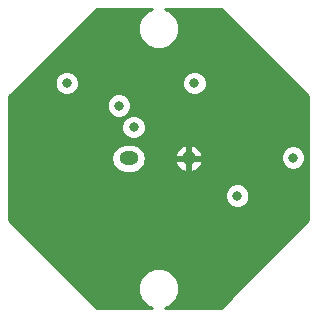
<source format=gbr>
G04 #@! TF.GenerationSoftware,KiCad,Pcbnew,(5.0.0)*
G04 #@! TF.CreationDate,2018-11-17T14:21:24+01:00*
G04 #@! TF.ProjectId,photoDiode_MDversion,70686F746F44696F64655F4D44766572,rev?*
G04 #@! TF.SameCoordinates,Original*
G04 #@! TF.FileFunction,Copper,L1,Top,Signal*
G04 #@! TF.FilePolarity,Positive*
%FSLAX46Y46*%
G04 Gerber Fmt 4.6, Leading zero omitted, Abs format (unit mm)*
G04 Created by KiCad (PCBNEW (5.0.0)) date 11/17/18 14:21:24*
%MOMM*%
%LPD*%
G01*
G04 APERTURE LIST*
G04 #@! TA.AperFunction,ComponentPad*
%ADD10O,1.600000X1.200000*%
G04 #@! TD*
G04 #@! TA.AperFunction,ComponentPad*
%ADD11O,1.200000X1.200000*%
G04 #@! TD*
G04 #@! TA.AperFunction,ViaPad*
%ADD12C,0.800000*%
G04 #@! TD*
G04 #@! TA.AperFunction,Conductor*
%ADD13C,0.254000*%
G04 #@! TD*
G04 APERTURE END LIST*
D10*
G04 #@! TO.P,D1,1*
G04 #@! TO.N,Net-(C2-Pad2)*
X147460000Y-95000000D03*
D11*
G04 #@! TO.P,D1,2*
G04 #@! TO.N,GND*
X152540000Y-95000000D03*
G04 #@! TD*
D12*
G04 #@! TO.N,+5V*
X161375000Y-94925000D03*
X156650000Y-98150000D03*
G04 #@! TO.N,GND*
X138600000Y-89525000D03*
X138500000Y-97225000D03*
X145825000Y-105475000D03*
X153100000Y-105425000D03*
X159225000Y-100375000D03*
X160700000Y-89700000D03*
X158800000Y-89225000D03*
X155275000Y-84900000D03*
X145100000Y-84975000D03*
X153425000Y-82750000D03*
X142450000Y-97525000D03*
X143575000Y-99875000D03*
X146175000Y-101200000D03*
X150750000Y-101400000D03*
X161625000Y-100000000D03*
X159150000Y-97500000D03*
X138525000Y-93150000D03*
X138525000Y-100325000D03*
X145525000Y-82700000D03*
X156050000Y-105625000D03*
X159450000Y-102550000D03*
X137725000Y-95150000D03*
X143600000Y-105300000D03*
X150400000Y-95650000D03*
X149075000Y-93775000D03*
X153525000Y-93625000D03*
G04 #@! TO.N,Net-(C2-Pad1)*
X146625000Y-90525000D03*
X147875000Y-92350000D03*
G04 #@! TO.N,Net-(C4-Pad1)*
X142225000Y-88625000D03*
X153025000Y-88625000D03*
G04 #@! TD*
D13*
G04 #@! TO.N,GND*
G36*
X149017201Y-82529138D02*
X148529138Y-83017201D01*
X148265000Y-83654887D01*
X148265000Y-84345113D01*
X148529138Y-84982799D01*
X149017201Y-85470862D01*
X149654887Y-85735000D01*
X150345113Y-85735000D01*
X150982799Y-85470862D01*
X151470862Y-84982799D01*
X151735000Y-84345113D01*
X151735000Y-83654887D01*
X151470862Y-83017201D01*
X150982799Y-82529138D01*
X150523154Y-82338747D01*
X155244464Y-82338747D01*
X162661254Y-89755538D01*
X162661253Y-100244463D01*
X155244464Y-107661253D01*
X150523154Y-107661253D01*
X150982799Y-107470862D01*
X151470862Y-106982799D01*
X151735000Y-106345113D01*
X151735000Y-105654887D01*
X151470862Y-105017201D01*
X150982799Y-104529138D01*
X150345113Y-104265000D01*
X149654887Y-104265000D01*
X149017201Y-104529138D01*
X148529138Y-105017201D01*
X148265000Y-105654887D01*
X148265000Y-106345113D01*
X148529138Y-106982799D01*
X149017201Y-107470862D01*
X149476846Y-107661253D01*
X144755537Y-107661253D01*
X137338747Y-100244464D01*
X137338747Y-97944126D01*
X155615000Y-97944126D01*
X155615000Y-98355874D01*
X155772569Y-98736280D01*
X156063720Y-99027431D01*
X156444126Y-99185000D01*
X156855874Y-99185000D01*
X157236280Y-99027431D01*
X157527431Y-98736280D01*
X157685000Y-98355874D01*
X157685000Y-97944126D01*
X157527431Y-97563720D01*
X157236280Y-97272569D01*
X156855874Y-97115000D01*
X156444126Y-97115000D01*
X156063720Y-97272569D01*
X155772569Y-97563720D01*
X155615000Y-97944126D01*
X137338747Y-97944126D01*
X137338747Y-95000000D01*
X146000805Y-95000000D01*
X146096656Y-95481873D01*
X146369615Y-95890385D01*
X146778127Y-96163344D01*
X147138364Y-96235000D01*
X147781636Y-96235000D01*
X148141873Y-96163344D01*
X148550385Y-95890385D01*
X148823344Y-95481873D01*
X148856018Y-95317609D01*
X151346538Y-95317609D01*
X151471503Y-95619327D01*
X151789844Y-95981080D01*
X152222389Y-96193472D01*
X152413000Y-96069714D01*
X152413000Y-95127000D01*
X152667000Y-95127000D01*
X152667000Y-96069714D01*
X152857611Y-96193472D01*
X153290156Y-95981080D01*
X153608497Y-95619327D01*
X153733462Y-95317609D01*
X153608731Y-95127000D01*
X152667000Y-95127000D01*
X152413000Y-95127000D01*
X151471269Y-95127000D01*
X151346538Y-95317609D01*
X148856018Y-95317609D01*
X148919195Y-95000000D01*
X148856019Y-94682391D01*
X151346538Y-94682391D01*
X151471269Y-94873000D01*
X152413000Y-94873000D01*
X152413000Y-93930286D01*
X152667000Y-93930286D01*
X152667000Y-94873000D01*
X153608731Y-94873000D01*
X153709423Y-94719126D01*
X160340000Y-94719126D01*
X160340000Y-95130874D01*
X160497569Y-95511280D01*
X160788720Y-95802431D01*
X161169126Y-95960000D01*
X161580874Y-95960000D01*
X161961280Y-95802431D01*
X162252431Y-95511280D01*
X162410000Y-95130874D01*
X162410000Y-94719126D01*
X162252431Y-94338720D01*
X161961280Y-94047569D01*
X161580874Y-93890000D01*
X161169126Y-93890000D01*
X160788720Y-94047569D01*
X160497569Y-94338720D01*
X160340000Y-94719126D01*
X153709423Y-94719126D01*
X153733462Y-94682391D01*
X153608497Y-94380673D01*
X153290156Y-94018920D01*
X152857611Y-93806528D01*
X152667000Y-93930286D01*
X152413000Y-93930286D01*
X152222389Y-93806528D01*
X151789844Y-94018920D01*
X151471503Y-94380673D01*
X151346538Y-94682391D01*
X148856019Y-94682391D01*
X148823344Y-94518127D01*
X148550385Y-94109615D01*
X148141873Y-93836656D01*
X147781636Y-93765000D01*
X147138364Y-93765000D01*
X146778127Y-93836656D01*
X146369615Y-94109615D01*
X146096656Y-94518127D01*
X146000805Y-95000000D01*
X137338747Y-95000000D01*
X137338747Y-92144126D01*
X146840000Y-92144126D01*
X146840000Y-92555874D01*
X146997569Y-92936280D01*
X147288720Y-93227431D01*
X147669126Y-93385000D01*
X148080874Y-93385000D01*
X148461280Y-93227431D01*
X148752431Y-92936280D01*
X148910000Y-92555874D01*
X148910000Y-92144126D01*
X148752431Y-91763720D01*
X148461280Y-91472569D01*
X148080874Y-91315000D01*
X147669126Y-91315000D01*
X147288720Y-91472569D01*
X146997569Y-91763720D01*
X146840000Y-92144126D01*
X137338747Y-92144126D01*
X137338747Y-90319126D01*
X145590000Y-90319126D01*
X145590000Y-90730874D01*
X145747569Y-91111280D01*
X146038720Y-91402431D01*
X146419126Y-91560000D01*
X146830874Y-91560000D01*
X147211280Y-91402431D01*
X147502431Y-91111280D01*
X147660000Y-90730874D01*
X147660000Y-90319126D01*
X147502431Y-89938720D01*
X147211280Y-89647569D01*
X146830874Y-89490000D01*
X146419126Y-89490000D01*
X146038720Y-89647569D01*
X145747569Y-89938720D01*
X145590000Y-90319126D01*
X137338747Y-90319126D01*
X137338747Y-89755536D01*
X138675157Y-88419126D01*
X141190000Y-88419126D01*
X141190000Y-88830874D01*
X141347569Y-89211280D01*
X141638720Y-89502431D01*
X142019126Y-89660000D01*
X142430874Y-89660000D01*
X142811280Y-89502431D01*
X143102431Y-89211280D01*
X143260000Y-88830874D01*
X143260000Y-88419126D01*
X151990000Y-88419126D01*
X151990000Y-88830874D01*
X152147569Y-89211280D01*
X152438720Y-89502431D01*
X152819126Y-89660000D01*
X153230874Y-89660000D01*
X153611280Y-89502431D01*
X153902431Y-89211280D01*
X154060000Y-88830874D01*
X154060000Y-88419126D01*
X153902431Y-88038720D01*
X153611280Y-87747569D01*
X153230874Y-87590000D01*
X152819126Y-87590000D01*
X152438720Y-87747569D01*
X152147569Y-88038720D01*
X151990000Y-88419126D01*
X143260000Y-88419126D01*
X143102431Y-88038720D01*
X142811280Y-87747569D01*
X142430874Y-87590000D01*
X142019126Y-87590000D01*
X141638720Y-87747569D01*
X141347569Y-88038720D01*
X141190000Y-88419126D01*
X138675157Y-88419126D01*
X144755537Y-82338747D01*
X149476846Y-82338747D01*
X149017201Y-82529138D01*
X149017201Y-82529138D01*
G37*
X149017201Y-82529138D02*
X148529138Y-83017201D01*
X148265000Y-83654887D01*
X148265000Y-84345113D01*
X148529138Y-84982799D01*
X149017201Y-85470862D01*
X149654887Y-85735000D01*
X150345113Y-85735000D01*
X150982799Y-85470862D01*
X151470862Y-84982799D01*
X151735000Y-84345113D01*
X151735000Y-83654887D01*
X151470862Y-83017201D01*
X150982799Y-82529138D01*
X150523154Y-82338747D01*
X155244464Y-82338747D01*
X162661254Y-89755538D01*
X162661253Y-100244463D01*
X155244464Y-107661253D01*
X150523154Y-107661253D01*
X150982799Y-107470862D01*
X151470862Y-106982799D01*
X151735000Y-106345113D01*
X151735000Y-105654887D01*
X151470862Y-105017201D01*
X150982799Y-104529138D01*
X150345113Y-104265000D01*
X149654887Y-104265000D01*
X149017201Y-104529138D01*
X148529138Y-105017201D01*
X148265000Y-105654887D01*
X148265000Y-106345113D01*
X148529138Y-106982799D01*
X149017201Y-107470862D01*
X149476846Y-107661253D01*
X144755537Y-107661253D01*
X137338747Y-100244464D01*
X137338747Y-97944126D01*
X155615000Y-97944126D01*
X155615000Y-98355874D01*
X155772569Y-98736280D01*
X156063720Y-99027431D01*
X156444126Y-99185000D01*
X156855874Y-99185000D01*
X157236280Y-99027431D01*
X157527431Y-98736280D01*
X157685000Y-98355874D01*
X157685000Y-97944126D01*
X157527431Y-97563720D01*
X157236280Y-97272569D01*
X156855874Y-97115000D01*
X156444126Y-97115000D01*
X156063720Y-97272569D01*
X155772569Y-97563720D01*
X155615000Y-97944126D01*
X137338747Y-97944126D01*
X137338747Y-95000000D01*
X146000805Y-95000000D01*
X146096656Y-95481873D01*
X146369615Y-95890385D01*
X146778127Y-96163344D01*
X147138364Y-96235000D01*
X147781636Y-96235000D01*
X148141873Y-96163344D01*
X148550385Y-95890385D01*
X148823344Y-95481873D01*
X148856018Y-95317609D01*
X151346538Y-95317609D01*
X151471503Y-95619327D01*
X151789844Y-95981080D01*
X152222389Y-96193472D01*
X152413000Y-96069714D01*
X152413000Y-95127000D01*
X152667000Y-95127000D01*
X152667000Y-96069714D01*
X152857611Y-96193472D01*
X153290156Y-95981080D01*
X153608497Y-95619327D01*
X153733462Y-95317609D01*
X153608731Y-95127000D01*
X152667000Y-95127000D01*
X152413000Y-95127000D01*
X151471269Y-95127000D01*
X151346538Y-95317609D01*
X148856018Y-95317609D01*
X148919195Y-95000000D01*
X148856019Y-94682391D01*
X151346538Y-94682391D01*
X151471269Y-94873000D01*
X152413000Y-94873000D01*
X152413000Y-93930286D01*
X152667000Y-93930286D01*
X152667000Y-94873000D01*
X153608731Y-94873000D01*
X153709423Y-94719126D01*
X160340000Y-94719126D01*
X160340000Y-95130874D01*
X160497569Y-95511280D01*
X160788720Y-95802431D01*
X161169126Y-95960000D01*
X161580874Y-95960000D01*
X161961280Y-95802431D01*
X162252431Y-95511280D01*
X162410000Y-95130874D01*
X162410000Y-94719126D01*
X162252431Y-94338720D01*
X161961280Y-94047569D01*
X161580874Y-93890000D01*
X161169126Y-93890000D01*
X160788720Y-94047569D01*
X160497569Y-94338720D01*
X160340000Y-94719126D01*
X153709423Y-94719126D01*
X153733462Y-94682391D01*
X153608497Y-94380673D01*
X153290156Y-94018920D01*
X152857611Y-93806528D01*
X152667000Y-93930286D01*
X152413000Y-93930286D01*
X152222389Y-93806528D01*
X151789844Y-94018920D01*
X151471503Y-94380673D01*
X151346538Y-94682391D01*
X148856019Y-94682391D01*
X148823344Y-94518127D01*
X148550385Y-94109615D01*
X148141873Y-93836656D01*
X147781636Y-93765000D01*
X147138364Y-93765000D01*
X146778127Y-93836656D01*
X146369615Y-94109615D01*
X146096656Y-94518127D01*
X146000805Y-95000000D01*
X137338747Y-95000000D01*
X137338747Y-92144126D01*
X146840000Y-92144126D01*
X146840000Y-92555874D01*
X146997569Y-92936280D01*
X147288720Y-93227431D01*
X147669126Y-93385000D01*
X148080874Y-93385000D01*
X148461280Y-93227431D01*
X148752431Y-92936280D01*
X148910000Y-92555874D01*
X148910000Y-92144126D01*
X148752431Y-91763720D01*
X148461280Y-91472569D01*
X148080874Y-91315000D01*
X147669126Y-91315000D01*
X147288720Y-91472569D01*
X146997569Y-91763720D01*
X146840000Y-92144126D01*
X137338747Y-92144126D01*
X137338747Y-90319126D01*
X145590000Y-90319126D01*
X145590000Y-90730874D01*
X145747569Y-91111280D01*
X146038720Y-91402431D01*
X146419126Y-91560000D01*
X146830874Y-91560000D01*
X147211280Y-91402431D01*
X147502431Y-91111280D01*
X147660000Y-90730874D01*
X147660000Y-90319126D01*
X147502431Y-89938720D01*
X147211280Y-89647569D01*
X146830874Y-89490000D01*
X146419126Y-89490000D01*
X146038720Y-89647569D01*
X145747569Y-89938720D01*
X145590000Y-90319126D01*
X137338747Y-90319126D01*
X137338747Y-89755536D01*
X138675157Y-88419126D01*
X141190000Y-88419126D01*
X141190000Y-88830874D01*
X141347569Y-89211280D01*
X141638720Y-89502431D01*
X142019126Y-89660000D01*
X142430874Y-89660000D01*
X142811280Y-89502431D01*
X143102431Y-89211280D01*
X143260000Y-88830874D01*
X143260000Y-88419126D01*
X151990000Y-88419126D01*
X151990000Y-88830874D01*
X152147569Y-89211280D01*
X152438720Y-89502431D01*
X152819126Y-89660000D01*
X153230874Y-89660000D01*
X153611280Y-89502431D01*
X153902431Y-89211280D01*
X154060000Y-88830874D01*
X154060000Y-88419126D01*
X153902431Y-88038720D01*
X153611280Y-87747569D01*
X153230874Y-87590000D01*
X152819126Y-87590000D01*
X152438720Y-87747569D01*
X152147569Y-88038720D01*
X151990000Y-88419126D01*
X143260000Y-88419126D01*
X143102431Y-88038720D01*
X142811280Y-87747569D01*
X142430874Y-87590000D01*
X142019126Y-87590000D01*
X141638720Y-87747569D01*
X141347569Y-88038720D01*
X141190000Y-88419126D01*
X138675157Y-88419126D01*
X144755537Y-82338747D01*
X149476846Y-82338747D01*
X149017201Y-82529138D01*
G04 #@! TD*
M02*

</source>
